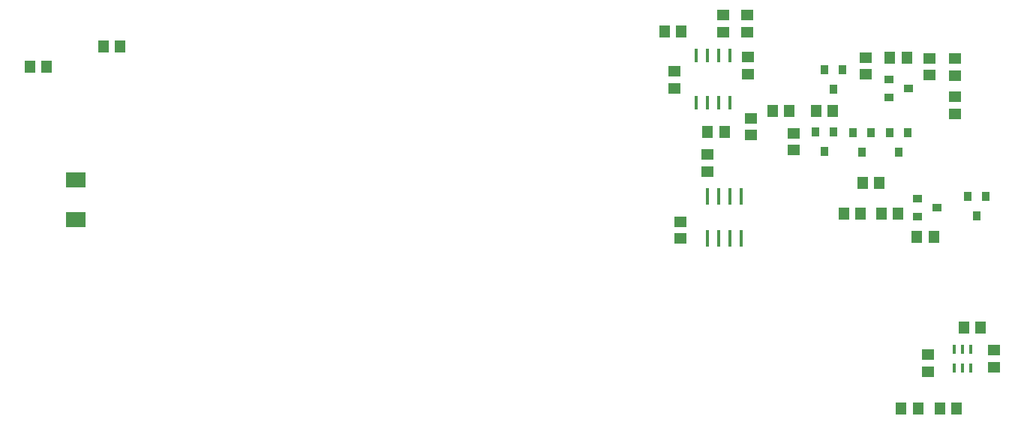
<source format=gbr>
%FSLAX23Y23*%
%MOIN*%
G04 EasyPC Gerber Version 17.0 Build 3379 *
%ADD142R,0.01600X0.04200*%
%ADD145R,0.01800X0.05900*%
%ADD143R,0.01800X0.07400*%
%ADD144R,0.03600X0.04400*%
%ADD97R,0.04700X0.05600*%
%ADD104R,0.04400X0.03600*%
%ADD98R,0.05600X0.04700*%
%ADD100R,0.08655X0.06687*%
X0Y0D02*
D02*
D97*
X883Y3408D03*
X958D03*
X1211Y3498D03*
X1286D03*
X3703Y3563D03*
X3778D03*
X3896Y3117D03*
X3971D03*
X4184Y3212D03*
X4259D03*
X4377D03*
X4452D03*
X4501Y2754D03*
X4576D03*
X4584Y2892D03*
X4659D03*
X4667Y2754D03*
X4706Y3448D03*
X4742Y2754D03*
X4756Y1887D03*
X4781Y3448D03*
X4826Y2649D03*
X4831Y1887D03*
X4901Y2649D03*
X4927Y1887D03*
X5002D03*
X5033Y2248D03*
X5108D03*
D02*
D98*
X3748Y3312D03*
Y3387D03*
X3775Y2643D03*
Y2718D03*
X3895Y2941D03*
Y3016D03*
X3964Y3562D03*
Y3637D03*
X4070Y3562D03*
Y3637D03*
X4076Y3375D03*
Y3450D03*
X4087Y3103D03*
Y3178D03*
X4277Y3037D03*
Y3112D03*
X4599Y3373D03*
Y3447D03*
X4873Y2051D03*
Y2126D03*
X4881Y3370D03*
Y3445D03*
X4994Y3198D03*
Y3273D03*
Y3368D03*
Y3443D03*
X5167Y2072D03*
Y2147D03*
D02*
D100*
X1088Y2728D03*
Y2905D03*
D02*
D104*
X4701Y3271D03*
Y3351D03*
X4788Y3311D03*
X4827Y2742D03*
Y2822D03*
X4914Y2782D03*
D02*
D142*
X4992Y2068D03*
Y2152D03*
X5029Y2068D03*
Y2152D03*
X5066Y2068D03*
Y2152D03*
D02*
D143*
X3895Y2643D03*
Y2829D03*
X3945Y2643D03*
Y2829D03*
X3995Y2643D03*
Y2829D03*
X4045Y2643D03*
Y2829D03*
D02*
D144*
X4375Y3117D03*
X4415Y3030D03*
X4416Y3393D03*
X4455Y3117D03*
X4456Y3306D03*
X4496Y3393D03*
X4540Y3114D03*
X4580Y3027D03*
X4620Y3114D03*
X4706D03*
X4746Y3027D03*
X4786Y3114D03*
X5052Y2830D03*
X5092Y2743D03*
X5132Y2830D03*
D02*
D145*
X3845Y3247D03*
Y3456D03*
X3895Y3247D03*
Y3456D03*
X3945Y3247D03*
Y3456D03*
X3995Y3247D03*
Y3456D03*
X0Y0D02*
M02*

</source>
